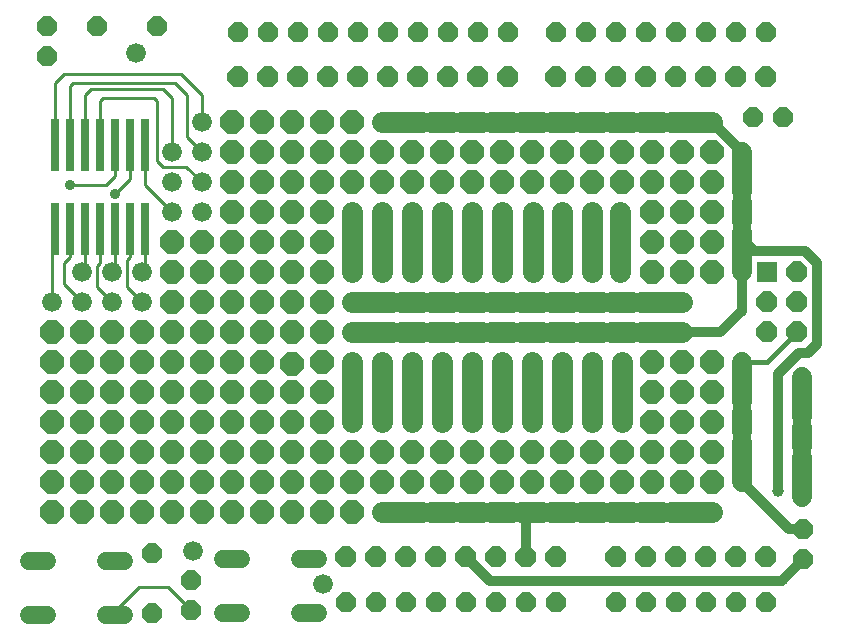
<source format=gbr>
G04 EAGLE Gerber RS-274X export*
G75*
%MOMM*%
%FSLAX34Y34*%
%LPD*%
%INTop Copper*%
%IPPOS*%
%AMOC8*
5,1,8,0,0,1.08239X$1,22.5*%
G01*
%ADD10C,1.524000*%
%ADD11P,1.814519X8X292.500000*%
%ADD12C,1.800000*%
%ADD13R,0.635000X4.445000*%
%ADD14C,1.676400*%
%ADD15P,1.814519X8X22.500000*%
%ADD16P,1.814519X8X112.500000*%
%ADD17P,1.924489X8X292.500000*%
%ADD18P,1.924489X8X112.500000*%
%ADD19C,1.676400*%
%ADD20P,1.924489X8X22.500000*%
%ADD21R,1.778000X1.778000*%
%ADD22C,0.812800*%
%ADD23C,1.006400*%
%ADD24C,0.254000*%
%ADD25C,0.406400*%
%ADD26P,2.110661X8X22.500000*%
%ADD27C,0.906400*%


D10*
X91533Y14409D02*
X76293Y14409D01*
X76293Y59621D02*
X91533Y59621D01*
X26509Y14409D02*
X11269Y14409D01*
X11269Y59621D02*
X26509Y59621D01*
D11*
X26213Y512979D03*
X26213Y487579D03*
X148691Y43993D03*
X148691Y18593D03*
D10*
X175869Y61519D02*
X191109Y61519D01*
X191109Y16307D02*
X175869Y16307D01*
X240893Y61519D02*
X256133Y61519D01*
X256133Y16307D02*
X240893Y16307D01*
D12*
X571381Y431343D02*
X589381Y431343D01*
X572981Y431343D02*
X554981Y431343D01*
X547581Y431343D02*
X529581Y431343D01*
X522181Y431343D02*
X504181Y431343D01*
X496781Y431343D02*
X478781Y431343D01*
X471381Y431343D02*
X453381Y431343D01*
X445981Y431343D02*
X427981Y431343D01*
X420581Y431343D02*
X402581Y431343D01*
X395181Y431343D02*
X377181Y431343D01*
X369781Y431343D02*
X351781Y431343D01*
X327981Y431343D02*
X309981Y431343D01*
X326381Y431343D02*
X344381Y431343D01*
X487781Y195343D02*
X487781Y177343D01*
X487781Y210143D02*
X487781Y228143D01*
X487781Y211743D02*
X487781Y193743D01*
X571381Y101143D02*
X589381Y101143D01*
X572981Y101143D02*
X554981Y101143D01*
X547581Y101143D02*
X529581Y101143D01*
X522181Y101143D02*
X504181Y101143D01*
X496781Y101143D02*
X478781Y101143D01*
X471381Y101143D02*
X453381Y101143D01*
X445981Y101143D02*
X427981Y101143D01*
X420581Y101143D02*
X402581Y101143D01*
X395181Y101143D02*
X377181Y101143D01*
X369781Y101143D02*
X351781Y101143D01*
X327981Y101143D02*
X309981Y101143D01*
X326381Y101143D02*
X344381Y101143D01*
X545981Y253543D02*
X563981Y253543D01*
X547581Y253543D02*
X529581Y253543D01*
X522181Y253543D02*
X504181Y253543D01*
X496781Y253543D02*
X478781Y253543D01*
X471381Y253543D02*
X453381Y253543D01*
X445981Y253543D02*
X427981Y253543D01*
X420581Y253543D02*
X402581Y253543D01*
X395181Y253543D02*
X377181Y253543D01*
X369781Y253543D02*
X351781Y253543D01*
X344381Y253543D02*
X326381Y253543D01*
X302581Y253543D02*
X284581Y253543D01*
X300981Y253543D02*
X318981Y253543D01*
X545981Y278943D02*
X563981Y278943D01*
X547581Y278943D02*
X529581Y278943D01*
X522181Y278943D02*
X504181Y278943D01*
X496781Y278943D02*
X478781Y278943D01*
X471381Y278943D02*
X453381Y278943D01*
X445981Y278943D02*
X427981Y278943D01*
X420581Y278943D02*
X402581Y278943D01*
X395181Y278943D02*
X377181Y278943D01*
X369781Y278943D02*
X351781Y278943D01*
X344381Y278943D02*
X326381Y278943D01*
X302581Y278943D02*
X284581Y278943D01*
X300981Y278943D02*
X318981Y278943D01*
X462381Y304343D02*
X462381Y322343D01*
X462381Y337143D02*
X462381Y355143D01*
X462381Y338743D02*
X462381Y320743D01*
X462381Y195343D02*
X462381Y177343D01*
X462381Y210143D02*
X462381Y228143D01*
X462381Y211743D02*
X462381Y193743D01*
X487781Y304343D02*
X487781Y322343D01*
X487781Y337143D02*
X487781Y355143D01*
X487781Y338743D02*
X487781Y320743D01*
X511911Y322343D02*
X511911Y304343D01*
X511911Y337143D02*
X511911Y355143D01*
X511911Y338743D02*
X511911Y320743D01*
X513181Y195343D02*
X513181Y177343D01*
X513181Y210143D02*
X513181Y228143D01*
X513181Y211743D02*
X513181Y193743D01*
X438251Y304343D02*
X438251Y322343D01*
X438251Y337143D02*
X438251Y355143D01*
X438251Y338743D02*
X438251Y320743D01*
X284581Y322343D02*
X284581Y304343D01*
X284581Y337143D02*
X284581Y355143D01*
X284581Y338743D02*
X284581Y320743D01*
X309981Y195343D02*
X309981Y177343D01*
X309981Y210143D02*
X309981Y228143D01*
X309981Y211743D02*
X309981Y193743D01*
X335381Y304343D02*
X335381Y322343D01*
X335381Y337143D02*
X335381Y355143D01*
X335381Y338743D02*
X335381Y320743D01*
X386181Y322343D02*
X386181Y304343D01*
X386181Y337143D02*
X386181Y355143D01*
X386181Y338743D02*
X386181Y320743D01*
X360781Y195343D02*
X360781Y177343D01*
X360781Y210143D02*
X360781Y228143D01*
X360781Y211743D02*
X360781Y193743D01*
X386181Y195343D02*
X386181Y177343D01*
X386181Y210143D02*
X386181Y228143D01*
X386181Y211743D02*
X386181Y193743D01*
X284581Y195343D02*
X284581Y177343D01*
X284581Y210143D02*
X284581Y228143D01*
X284581Y211743D02*
X284581Y193743D01*
X411581Y304343D02*
X411581Y322343D01*
X411581Y337143D02*
X411581Y355143D01*
X411581Y338743D02*
X411581Y320743D01*
X309981Y322343D02*
X309981Y304343D01*
X309981Y337143D02*
X309981Y355143D01*
X309981Y338743D02*
X309981Y320743D01*
X360781Y322343D02*
X360781Y304343D01*
X360781Y337143D02*
X360781Y355143D01*
X360781Y338743D02*
X360781Y320743D01*
X335381Y195343D02*
X335381Y177343D01*
X335381Y210143D02*
X335381Y228143D01*
X335381Y211743D02*
X335381Y193743D01*
X436981Y195343D02*
X436981Y177343D01*
X436981Y210143D02*
X436981Y228143D01*
X436981Y211743D02*
X436981Y193743D01*
X411581Y195343D02*
X411581Y177343D01*
X411581Y210143D02*
X411581Y228143D01*
X411581Y211743D02*
X411581Y193743D01*
D13*
X33121Y341173D03*
X45821Y341173D03*
X58521Y341173D03*
X71221Y341173D03*
X83921Y341173D03*
X96621Y341173D03*
X109321Y341173D03*
X109321Y412293D03*
X96621Y412293D03*
X83921Y412293D03*
X71221Y412293D03*
X58521Y412293D03*
X45821Y412293D03*
X33121Y412293D03*
D14*
X30581Y278943D03*
X55981Y278943D03*
X55981Y304343D03*
X81381Y278943D03*
X81381Y304343D03*
X106781Y278943D03*
X106781Y304343D03*
X132181Y355143D03*
X157581Y355143D03*
X132181Y380543D03*
X157581Y380543D03*
X132181Y405943D03*
X157581Y405943D03*
X157581Y431343D03*
X149961Y68123D03*
X101701Y489763D03*
X260451Y40183D03*
D15*
X69037Y513181D03*
X119837Y513181D03*
D16*
X115671Y16053D03*
X115671Y66853D03*
D15*
X624027Y435711D03*
X649427Y435711D03*
D16*
X666649Y61417D03*
X666649Y86817D03*
D17*
X635000Y469900D03*
X609600Y469900D03*
X584200Y469900D03*
X558800Y469900D03*
X533400Y469900D03*
X508000Y469900D03*
X482600Y469900D03*
X457200Y469900D03*
D18*
X508000Y63500D03*
X533400Y63500D03*
X558800Y63500D03*
X584200Y63500D03*
X609600Y63500D03*
X635000Y63500D03*
D19*
X665480Y114300D02*
X665480Y131064D01*
X665480Y131318D02*
X665480Y148082D01*
X665480Y156718D02*
X665480Y173482D01*
X665480Y199136D02*
X665480Y215900D01*
X665480Y198882D02*
X665480Y182118D01*
X614680Y304800D02*
X614680Y321564D01*
X614680Y321818D02*
X614680Y338582D01*
X614680Y347218D02*
X614680Y363982D01*
X614680Y389636D02*
X614680Y406400D01*
X614680Y389382D02*
X614680Y372618D01*
X614680Y143764D02*
X614680Y127000D01*
X614680Y144018D02*
X614680Y160782D01*
X614680Y169418D02*
X614680Y186182D01*
X614680Y211836D02*
X614680Y228600D01*
X614680Y211582D02*
X614680Y194818D01*
D15*
X533400Y508000D03*
X508000Y25400D03*
X558800Y508000D03*
X584200Y508000D03*
X609600Y508000D03*
X635000Y508000D03*
X508000Y508000D03*
X482600Y508000D03*
X457200Y508000D03*
X416560Y508000D03*
X391160Y508000D03*
X365760Y508000D03*
X340360Y508000D03*
X314960Y508000D03*
X289560Y508000D03*
X264160Y508000D03*
X238760Y508000D03*
X533400Y25400D03*
X558800Y25400D03*
X584200Y25400D03*
X609600Y25400D03*
X635000Y25400D03*
X457200Y25400D03*
X431800Y25400D03*
X406400Y25400D03*
X381000Y25400D03*
X355600Y25400D03*
X330200Y25400D03*
X213360Y508000D03*
X187960Y508000D03*
X304800Y25400D03*
X279400Y25400D03*
D20*
X661670Y279400D03*
X636270Y279400D03*
D21*
X636270Y304800D03*
D20*
X661670Y304800D03*
X661670Y254000D03*
X636270Y254000D03*
D17*
X457200Y63500D03*
X431800Y63500D03*
X406400Y63500D03*
X381000Y63500D03*
X355600Y63500D03*
X330200Y63500D03*
X304800Y63500D03*
X279400Y63500D03*
D18*
X187960Y469900D03*
X213360Y469900D03*
X238760Y469900D03*
X264160Y469900D03*
X289560Y469900D03*
X314960Y469900D03*
X340360Y469900D03*
X365760Y469900D03*
X391160Y469900D03*
X416560Y469900D03*
D22*
X563981Y253543D02*
X596443Y253543D01*
X614680Y271780D01*
X614680Y304800D01*
X614680Y406044D02*
X589381Y431343D01*
X614680Y406044D02*
X614680Y332740D01*
X614680Y304800D01*
X381000Y63500D02*
X401320Y43180D01*
X648412Y43180D01*
X666649Y61417D01*
X624840Y322580D02*
X614680Y332740D01*
X624840Y322580D02*
X668020Y322580D01*
X678180Y312420D01*
X678180Y243840D01*
X670560Y236220D01*
X662940Y236220D01*
X645160Y218440D01*
X645160Y119380D01*
D23*
X645160Y119380D03*
D24*
X83913Y17873D02*
X83913Y14409D01*
X83913Y17873D02*
X104140Y38100D01*
X129184Y38100D01*
X148691Y18593D01*
D25*
X636270Y228600D02*
X661670Y254000D01*
X636270Y228600D02*
X619760Y228600D01*
X614680Y223520D01*
X614680Y127000D01*
D22*
X431800Y99060D02*
X431800Y63500D01*
X431800Y99060D02*
X433883Y101143D01*
X589381Y101143D01*
X654863Y86817D02*
X666649Y86817D01*
X654863Y86817D02*
X614680Y127000D01*
D26*
X360781Y126543D03*
X360781Y151943D03*
X360781Y380543D03*
X360781Y405943D03*
X81381Y253543D03*
X81381Y228143D03*
X81381Y202743D03*
X335381Y126543D03*
X335381Y151943D03*
X335381Y380543D03*
X335381Y405943D03*
X106781Y228143D03*
X106781Y253543D03*
X386181Y126543D03*
X386181Y151943D03*
X106781Y202743D03*
X132181Y228143D03*
X132181Y253543D03*
X411581Y126543D03*
X411581Y151943D03*
X411581Y380543D03*
X411581Y405943D03*
X386181Y380543D03*
X386181Y405943D03*
X182981Y304343D03*
X182981Y329743D03*
X182981Y355143D03*
X182981Y380543D03*
X182981Y405943D03*
X462381Y126543D03*
X462381Y151943D03*
X462381Y380543D03*
X462381Y405943D03*
X182981Y278943D03*
X182981Y253543D03*
X182981Y228143D03*
X182981Y202743D03*
X157581Y329743D03*
X436981Y126543D03*
X436981Y151943D03*
X436981Y380543D03*
X436981Y405943D03*
X157581Y253543D03*
X157581Y228143D03*
X208381Y228143D03*
X208381Y253543D03*
X208381Y278943D03*
X208381Y304343D03*
X208381Y329743D03*
X208381Y355143D03*
X208381Y380543D03*
X208381Y405943D03*
X487781Y126543D03*
X487781Y151943D03*
X208381Y202743D03*
X513181Y126543D03*
X513181Y151943D03*
X513181Y380543D03*
X513181Y405943D03*
X487781Y380543D03*
X487781Y405943D03*
X538581Y304343D03*
X538581Y329743D03*
X538581Y355143D03*
X563981Y126543D03*
X563981Y151943D03*
X563981Y380543D03*
X563981Y405943D03*
X538581Y228143D03*
X538581Y202743D03*
X538581Y177343D03*
X538581Y126543D03*
X538581Y151943D03*
X538581Y380543D03*
X538581Y405943D03*
X563981Y177343D03*
X563981Y202743D03*
X563981Y228143D03*
X563981Y304343D03*
X563981Y329743D03*
X563981Y355143D03*
X589381Y126543D03*
X589381Y151943D03*
X589381Y380543D03*
X589381Y405943D03*
X259181Y126543D03*
X259181Y151943D03*
X259181Y380543D03*
X259181Y405943D03*
X233781Y126543D03*
X233781Y151943D03*
X233781Y380543D03*
X233781Y405943D03*
X284581Y126543D03*
X284581Y151943D03*
X309981Y126543D03*
X309981Y151943D03*
X309981Y380543D03*
X309981Y405943D03*
X284581Y380543D03*
X284581Y405943D03*
X132181Y202743D03*
X157581Y202743D03*
X589381Y304343D03*
X589381Y329743D03*
X589381Y355143D03*
X589381Y177343D03*
X589381Y202743D03*
X589381Y228143D03*
X259181Y278943D03*
X259181Y253543D03*
X233781Y278943D03*
X233781Y253543D03*
X81381Y177343D03*
X81381Y151943D03*
X81381Y126543D03*
X106781Y151943D03*
X106781Y177343D03*
X106781Y126543D03*
X132181Y151943D03*
X132181Y177343D03*
X182981Y177343D03*
X182981Y151943D03*
X182981Y126543D03*
X157581Y177343D03*
X157581Y151943D03*
X208381Y151943D03*
X208381Y177343D03*
X208381Y126543D03*
X132181Y126543D03*
X157581Y126543D03*
X233781Y304343D03*
X233781Y329743D03*
X233781Y355143D03*
X259181Y304343D03*
X259181Y329743D03*
X259181Y355143D03*
X233781Y177343D03*
X233781Y202743D03*
X233781Y226873D03*
X259181Y177343D03*
X259181Y202743D03*
X259181Y228143D03*
X259181Y101143D03*
X233781Y101143D03*
X284581Y101143D03*
X81381Y101143D03*
X106781Y101143D03*
X182981Y101143D03*
X208381Y101143D03*
X132181Y101143D03*
X157581Y101143D03*
X259181Y431343D03*
X233781Y431343D03*
X284581Y431343D03*
X182981Y431343D03*
X208381Y431343D03*
X30581Y253543D03*
X30581Y228143D03*
X30581Y202743D03*
X55981Y228143D03*
X55981Y253543D03*
X55981Y202743D03*
X30581Y177343D03*
X30581Y151943D03*
X30581Y126543D03*
X55981Y151943D03*
X55981Y177343D03*
X55981Y126543D03*
X30581Y101143D03*
X55981Y101143D03*
D24*
X33121Y341173D02*
X30581Y341173D01*
X30581Y278943D01*
X45821Y317601D02*
X45821Y341173D01*
X45821Y317601D02*
X40640Y312420D01*
X40640Y294284D01*
X55981Y278943D01*
X58521Y306883D02*
X58521Y341173D01*
X58521Y306883D02*
X55981Y304343D01*
X71221Y312521D02*
X71221Y341173D01*
X71221Y312521D02*
X68580Y309880D01*
X68580Y291744D01*
X81381Y278943D01*
X83921Y306883D02*
X83921Y341173D01*
X83921Y306883D02*
X81381Y304343D01*
X96621Y317601D02*
X96621Y341173D01*
X96621Y317601D02*
X93980Y314960D01*
X93980Y291744D01*
X106781Y278943D01*
X109321Y306883D02*
X109321Y341173D01*
X109321Y306883D02*
X106781Y304343D01*
X109321Y378003D02*
X109321Y412293D01*
X109321Y378003D02*
X132181Y355143D01*
X96621Y383641D02*
X96621Y412293D01*
X96621Y383641D02*
X83820Y370840D01*
D27*
X83820Y370840D03*
D24*
X83921Y386181D02*
X83921Y412293D01*
X83921Y386181D02*
X76200Y378460D01*
X45720Y378460D01*
D27*
X45720Y378460D03*
D24*
X71221Y412293D02*
X71221Y449681D01*
X73660Y452120D01*
X116840Y452120D01*
X119380Y449580D01*
X119380Y398780D01*
X124460Y393700D01*
X144424Y393700D01*
X157581Y380543D01*
X58521Y412293D02*
X58521Y454761D01*
X63500Y459740D01*
X124460Y459740D01*
X132080Y452120D01*
X132080Y406044D01*
X132181Y405943D01*
X45821Y412293D02*
X45821Y462381D01*
X48260Y464820D01*
X134620Y464820D01*
X144780Y454660D01*
X144780Y418744D01*
X157581Y405943D01*
X33121Y412293D02*
X33121Y464921D01*
X40640Y472440D01*
X139700Y472440D01*
X157581Y454559D01*
X157581Y431343D01*
D26*
X157581Y304343D03*
X157581Y278943D03*
X132181Y329743D03*
X132181Y304343D03*
X132181Y278943D03*
M02*

</source>
